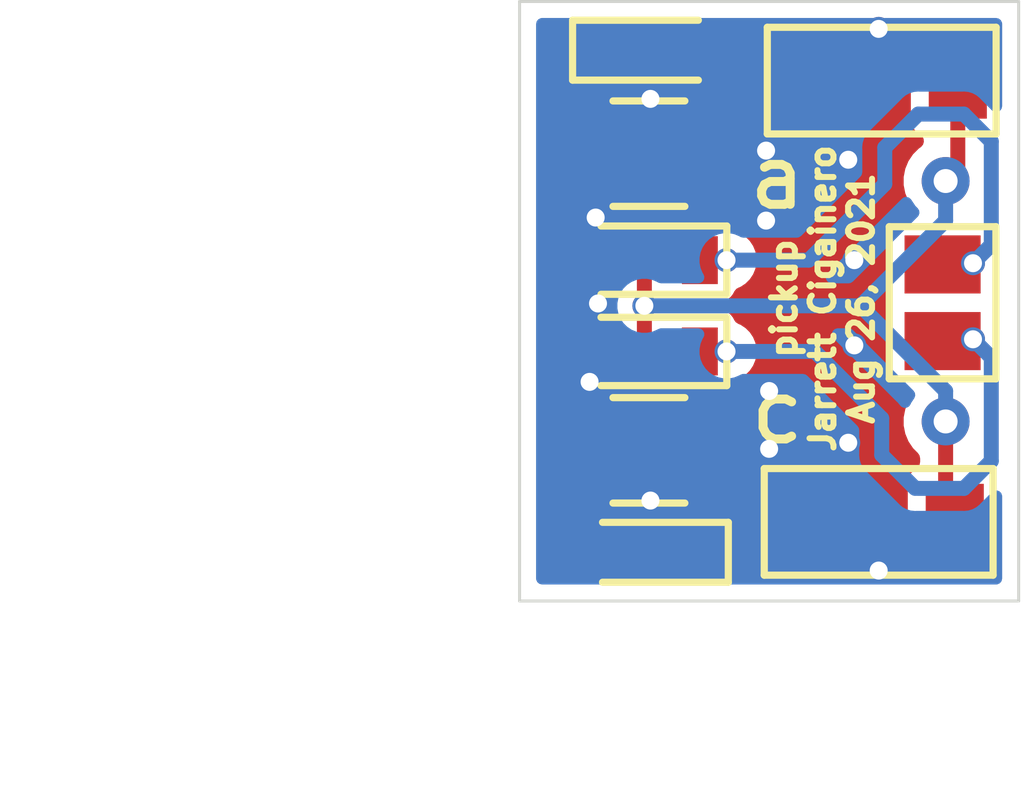
<source format=kicad_pcb>
(kicad_pcb (version 20171130) (host pcbnew "(5.1.10)-1")

  (general
    (thickness 1.6)
    (drawings 13)
    (tracks 73)
    (zones 0)
    (modules 9)
    (nets 8)
  )

  (page A4)
  (layers
    (0 F.Cu signal)
    (31 B.Cu signal)
    (32 B.Adhes user)
    (33 F.Adhes user)
    (34 B.Paste user)
    (35 F.Paste user)
    (36 B.SilkS user)
    (37 F.SilkS user)
    (38 B.Mask user)
    (39 F.Mask user)
    (40 Dwgs.User user)
    (41 Cmts.User user)
    (42 Eco1.User user)
    (43 Eco2.User user)
    (44 Edge.Cuts user)
    (45 Margin user)
    (46 B.CrtYd user)
    (47 F.CrtYd user)
    (48 B.Fab user)
    (49 F.Fab user hide)
  )

  (setup
    (last_trace_width 0.25)
    (user_trace_width 0.35)
    (trace_clearance 0.2)
    (zone_clearance 0.25)
    (zone_45_only yes)
    (trace_min 0.2)
    (via_size 0.8)
    (via_drill 0.4)
    (via_min_size 0.4)
    (via_min_drill 0.3)
    (user_via 0.4 0.3)
    (user_via 0.6 0.3)
    (user_via 0.9 0.5)
    (uvia_size 0.3)
    (uvia_drill 0.1)
    (uvias_allowed no)
    (uvia_min_size 0.2)
    (uvia_min_drill 0.1)
    (edge_width 0.05)
    (segment_width 0.2)
    (pcb_text_width 0.3)
    (pcb_text_size 1.5 1.5)
    (mod_edge_width 0.12)
    (mod_text_size 1 1)
    (mod_text_width 0.15)
    (pad_size 1.524 1.524)
    (pad_drill 0.762)
    (pad_to_mask_clearance 0.051)
    (solder_mask_min_width 0.25)
    (aux_axis_origin 0 0)
    (visible_elements 7FFFFFFF)
    (pcbplotparams
      (layerselection 0x010e0_ffffffff)
      (usegerberextensions false)
      (usegerberattributes false)
      (usegerberadvancedattributes false)
      (creategerberjobfile false)
      (excludeedgelayer true)
      (linewidth 0.100000)
      (plotframeref false)
      (viasonmask false)
      (mode 1)
      (useauxorigin false)
      (hpglpennumber 1)
      (hpglpenspeed 20)
      (hpglpendiameter 15.000000)
      (psnegative false)
      (psa4output false)
      (plotreference true)
      (plotvalue true)
      (plotinvisibletext false)
      (padsonsilk false)
      (subtractmaskfromsilk false)
      (outputformat 1)
      (mirror false)
      (drillshape 0)
      (scaleselection 1)
      (outputdirectory "GerberFiles/"))
  )

  (net 0 "")
  (net 1 GND)
  (net 2 +9V)
  (net 3 "Net-(D1-Pad1)")
  (net 4 "Net-(D2-Pad1)")
  (net 5 "Net-(D1-Pad2)")
  (net 6 "Net-(J3-Pad2)")
  (net 7 "Net-(J3-Pad1)")

  (net_class Default "This is the default net class."
    (clearance 0.2)
    (trace_width 0.25)
    (via_dia 0.8)
    (via_drill 0.4)
    (uvia_dia 0.3)
    (uvia_drill 0.1)
    (add_net +9V)
    (add_net GND)
    (add_net "Net-(D1-Pad1)")
    (add_net "Net-(D1-Pad2)")
    (add_net "Net-(D2-Pad1)")
    (add_net "Net-(J3-Pad1)")
    (add_net "Net-(J3-Pad2)")
  )

  (module Diodes_SMD:D_0603 (layer F.Cu) (tedit 590CE922) (tstamp 6125D19D)
    (at 140.843 102.2096 180)
    (descr "Diode SMD in 0603 package http://datasheets.avx.com/schottky.pdf")
    (tags "smd diode")
    (path /61300A2B)
    (attr smd)
    (fp_text reference Q3 (at 0.0254 0.01016) (layer Dwgs.User)
      (effects (font (size 0.4 0.4) (thickness 0.1)))
    )
    (fp_text value QSB363 (at 0 1.4) (layer F.Fab)
      (effects (font (size 1 1) (thickness 0.15)))
    )
    (fp_line (start -1.3 -0.57) (end 0.8 -0.57) (layer F.SilkS) (width 0.12))
    (fp_line (start -1.3 0.57) (end 0.8 0.57) (layer F.SilkS) (width 0.12))
    (fp_line (start -0.8 -0.45) (end 0.8 -0.45) (layer F.Fab) (width 0.1))
    (fp_line (start 0.8 -0.45) (end 0.8 0.45) (layer F.Fab) (width 0.1))
    (fp_line (start 0.8 0.45) (end -0.8 0.45) (layer F.Fab) (width 0.1))
    (fp_line (start -0.8 0.45) (end -0.8 -0.45) (layer F.Fab) (width 0.1))
    (fp_line (start 0.2 -0.2) (end -0.1 0) (layer F.Fab) (width 0.1))
    (fp_line (start -0.1 0) (end 0.2 0.2) (layer F.Fab) (width 0.1))
    (fp_line (start 0.2 0.2) (end 0.2 -0.2) (layer F.Fab) (width 0.1))
    (fp_line (start -0.1 -0.2) (end -0.1 0.2) (layer F.Fab) (width 0.1))
    (fp_line (start -0.1 0) (end -0.3 0) (layer F.Fab) (width 0.1))
    (fp_line (start 0.2 0) (end 0.4 0) (layer F.Fab) (width 0.1))
    (fp_line (start 1.4 -0.67) (end -1.4 -0.67) (layer F.CrtYd) (width 0.05))
    (fp_line (start -1.4 -0.67) (end -1.4 0.67) (layer F.CrtYd) (width 0.05))
    (fp_line (start -1.4 0.67) (end 1.4 0.67) (layer F.CrtYd) (width 0.05))
    (fp_line (start 1.4 0.67) (end 1.4 -0.67) (layer F.CrtYd) (width 0.05))
    (fp_line (start -1.3 -0.57) (end -1.3 0.57) (layer F.SilkS) (width 0.12))
    (fp_text user %R (at 0 -1.4) (layer F.Fab)
      (effects (font (size 1 1) (thickness 0.15)))
    )
    (pad 2 smd rect (at 0.85 0 180) (size 0.6 0.8) (layers F.Cu F.Paste F.Mask)
      (net 1 GND))
    (pad 1 smd rect (at -0.85 0 180) (size 0.6 0.8) (layers F.Cu F.Paste F.Mask)
      (net 7 "Net-(J3-Pad1)"))
    (model ${KISYS3DMOD}/Diodes_SMD.3dshapes/D_0603.wrl
      (at (xyz 0 0 0))
      (scale (xyz 1 1 1))
      (rotate (xyz 0 0 0))
    )
  )

  (module Diodes_SMD:D_0603 (layer F.Cu) (tedit 590CE922) (tstamp 6125D1B5)
    (at 140.843 103.7336 180)
    (descr "Diode SMD in 0603 package http://datasheets.avx.com/schottky.pdf")
    (tags "smd diode")
    (path /61300A23)
    (attr smd)
    (fp_text reference Q4 (at -0.09652 -0.01524) (layer Dwgs.User)
      (effects (font (size 0.4 0.4) (thickness 0.1)))
    )
    (fp_text value QSB363 (at 0 1.4) (layer F.Fab)
      (effects (font (size 1 1) (thickness 0.15)))
    )
    (fp_line (start -1.3 -0.57) (end -1.3 0.57) (layer F.SilkS) (width 0.12))
    (fp_line (start 1.4 0.67) (end 1.4 -0.67) (layer F.CrtYd) (width 0.05))
    (fp_line (start -1.4 0.67) (end 1.4 0.67) (layer F.CrtYd) (width 0.05))
    (fp_line (start -1.4 -0.67) (end -1.4 0.67) (layer F.CrtYd) (width 0.05))
    (fp_line (start 1.4 -0.67) (end -1.4 -0.67) (layer F.CrtYd) (width 0.05))
    (fp_line (start 0.2 0) (end 0.4 0) (layer F.Fab) (width 0.1))
    (fp_line (start -0.1 0) (end -0.3 0) (layer F.Fab) (width 0.1))
    (fp_line (start -0.1 -0.2) (end -0.1 0.2) (layer F.Fab) (width 0.1))
    (fp_line (start 0.2 0.2) (end 0.2 -0.2) (layer F.Fab) (width 0.1))
    (fp_line (start -0.1 0) (end 0.2 0.2) (layer F.Fab) (width 0.1))
    (fp_line (start 0.2 -0.2) (end -0.1 0) (layer F.Fab) (width 0.1))
    (fp_line (start -0.8 0.45) (end -0.8 -0.45) (layer F.Fab) (width 0.1))
    (fp_line (start 0.8 0.45) (end -0.8 0.45) (layer F.Fab) (width 0.1))
    (fp_line (start 0.8 -0.45) (end 0.8 0.45) (layer F.Fab) (width 0.1))
    (fp_line (start -0.8 -0.45) (end 0.8 -0.45) (layer F.Fab) (width 0.1))
    (fp_line (start -1.3 0.57) (end 0.8 0.57) (layer F.SilkS) (width 0.12))
    (fp_line (start -1.3 -0.57) (end 0.8 -0.57) (layer F.SilkS) (width 0.12))
    (fp_text user %R (at 0 -1.4) (layer F.Fab)
      (effects (font (size 1 1) (thickness 0.15)))
    )
    (pad 1 smd rect (at -0.85 0 180) (size 0.6 0.8) (layers F.Cu F.Paste F.Mask)
      (net 6 "Net-(J3-Pad2)"))
    (pad 2 smd rect (at 0.85 0 180) (size 0.6 0.8) (layers F.Cu F.Paste F.Mask)
      (net 1 GND))
    (model ${KISYS3DMOD}/Diodes_SMD.3dshapes/D_0603.wrl
      (at (xyz 0 0 0))
      (scale (xyz 1 1 1))
      (rotate (xyz 0 0 0))
    )
  )

  (module Resistors_SMD:R_0805 (layer F.Cu) (tedit 58E0A804) (tstamp 6125D1C6)
    (at 140.843 100.4316)
    (descr "Resistor SMD 0805, reflow soldering, Vishay (see dcrcw.pdf)")
    (tags "resistor 0805")
    (path /61300A33)
    (attr smd)
    (fp_text reference R8 (at 0.01524 0.05588) (layer Dwgs.User)
      (effects (font (size 0.4 0.4) (thickness 0.1)))
    )
    (fp_text value 10K (at 0 1.75) (layer F.Fab)
      (effects (font (size 1 1) (thickness 0.15)))
    )
    (fp_line (start -1 0.62) (end -1 -0.62) (layer F.Fab) (width 0.1))
    (fp_line (start 1 0.62) (end -1 0.62) (layer F.Fab) (width 0.1))
    (fp_line (start 1 -0.62) (end 1 0.62) (layer F.Fab) (width 0.1))
    (fp_line (start -1 -0.62) (end 1 -0.62) (layer F.Fab) (width 0.1))
    (fp_line (start 0.6 0.88) (end -0.6 0.88) (layer F.SilkS) (width 0.12))
    (fp_line (start -0.6 -0.88) (end 0.6 -0.88) (layer F.SilkS) (width 0.12))
    (fp_line (start -1.55 -0.9) (end 1.55 -0.9) (layer F.CrtYd) (width 0.05))
    (fp_line (start -1.55 -0.9) (end -1.55 0.9) (layer F.CrtYd) (width 0.05))
    (fp_line (start 1.55 0.9) (end 1.55 -0.9) (layer F.CrtYd) (width 0.05))
    (fp_line (start 1.55 0.9) (end -1.55 0.9) (layer F.CrtYd) (width 0.05))
    (fp_text user %R (at 0 0) (layer F.Fab)
      (effects (font (size 0.5 0.5) (thickness 0.075)))
    )
    (pad 1 smd rect (at -0.95 0) (size 0.7 1.3) (layers F.Cu F.Paste F.Mask)
      (net 2 +9V))
    (pad 2 smd rect (at 0.95 0) (size 0.7 1.3) (layers F.Cu F.Paste F.Mask)
      (net 7 "Net-(J3-Pad1)"))
    (model ${KISYS3DMOD}/Resistors_SMD.3dshapes/R_0805.wrl
      (at (xyz 0 0 0))
      (scale (xyz 1 1 1))
      (rotate (xyz 0 0 0))
    )
  )

  (module Resistors_SMD:R_0805 (layer F.Cu) (tedit 58E0A804) (tstamp 6125D1D7)
    (at 140.843 105.3846)
    (descr "Resistor SMD 0805, reflow soldering, Vishay (see dcrcw.pdf)")
    (tags "resistor 0805")
    (path /61300A41)
    (attr smd)
    (fp_text reference R9 (at 0.05588 0.03556) (layer Dwgs.User)
      (effects (font (size 0.4 0.4) (thickness 0.1)))
    )
    (fp_text value 10K (at 0 1.75) (layer F.Fab)
      (effects (font (size 1 1) (thickness 0.15)))
    )
    (fp_line (start 1.55 0.9) (end -1.55 0.9) (layer F.CrtYd) (width 0.05))
    (fp_line (start 1.55 0.9) (end 1.55 -0.9) (layer F.CrtYd) (width 0.05))
    (fp_line (start -1.55 -0.9) (end -1.55 0.9) (layer F.CrtYd) (width 0.05))
    (fp_line (start -1.55 -0.9) (end 1.55 -0.9) (layer F.CrtYd) (width 0.05))
    (fp_line (start -0.6 -0.88) (end 0.6 -0.88) (layer F.SilkS) (width 0.12))
    (fp_line (start 0.6 0.88) (end -0.6 0.88) (layer F.SilkS) (width 0.12))
    (fp_line (start -1 -0.62) (end 1 -0.62) (layer F.Fab) (width 0.1))
    (fp_line (start 1 -0.62) (end 1 0.62) (layer F.Fab) (width 0.1))
    (fp_line (start 1 0.62) (end -1 0.62) (layer F.Fab) (width 0.1))
    (fp_line (start -1 0.62) (end -1 -0.62) (layer F.Fab) (width 0.1))
    (fp_text user %R (at 0 0) (layer F.Fab)
      (effects (font (size 0.5 0.5) (thickness 0.075)))
    )
    (pad 2 smd rect (at 0.95 0) (size 0.7 1.3) (layers F.Cu F.Paste F.Mask)
      (net 6 "Net-(J3-Pad2)"))
    (pad 1 smd rect (at -0.95 0) (size 0.7 1.3) (layers F.Cu F.Paste F.Mask)
      (net 2 +9V))
    (model ${KISYS3DMOD}/Resistors_SMD.3dshapes/R_0805.wrl
      (at (xyz 0 0 0))
      (scale (xyz 1 1 1))
      (rotate (xyz 0 0 0))
    )
  )

  (module LEDs:LED_0603 (layer F.Cu) (tedit 57FE93A5) (tstamp 6125B334)
    (at 140.8684 98.7044)
    (descr "LED 0603 smd package")
    (tags "LED led 0603 SMD smd SMT smt smdled SMDLED smtled SMTLED")
    (path /612A00E7)
    (attr smd)
    (fp_text reference D1 (at -0.01016 -0.01016) (layer Dwgs.User)
      (effects (font (size 0.4 0.4) (thickness 0.1)))
    )
    (fp_text value IR_LED (at 0 1.35) (layer F.Fab)
      (effects (font (size 1 1) (thickness 0.15)))
    )
    (fp_line (start -1.45 -0.65) (end 1.45 -0.65) (layer F.CrtYd) (width 0.05))
    (fp_line (start -1.45 0.65) (end -1.45 -0.65) (layer F.CrtYd) (width 0.05))
    (fp_line (start 1.45 0.65) (end -1.45 0.65) (layer F.CrtYd) (width 0.05))
    (fp_line (start 1.45 -0.65) (end 1.45 0.65) (layer F.CrtYd) (width 0.05))
    (fp_line (start -1.3 -0.5) (end 0.8 -0.5) (layer F.SilkS) (width 0.12))
    (fp_line (start -1.3 0.5) (end 0.8 0.5) (layer F.SilkS) (width 0.12))
    (fp_line (start -0.8 0.4) (end -0.8 -0.4) (layer F.Fab) (width 0.1))
    (fp_line (start -0.8 -0.4) (end 0.8 -0.4) (layer F.Fab) (width 0.1))
    (fp_line (start 0.8 -0.4) (end 0.8 0.4) (layer F.Fab) (width 0.1))
    (fp_line (start 0.8 0.4) (end -0.8 0.4) (layer F.Fab) (width 0.1))
    (fp_line (start 0.15 -0.2) (end 0.15 0.2) (layer F.Fab) (width 0.1))
    (fp_line (start 0.15 0.2) (end -0.15 0) (layer F.Fab) (width 0.1))
    (fp_line (start -0.15 0) (end 0.15 -0.2) (layer F.Fab) (width 0.1))
    (fp_line (start -0.2 -0.2) (end -0.2 0.2) (layer F.Fab) (width 0.1))
    (fp_line (start -1.3 -0.5) (end -1.3 0.5) (layer F.SilkS) (width 0.12))
    (pad 1 smd rect (at -0.8 0 180) (size 0.8 0.8) (layers F.Cu F.Paste F.Mask)
      (net 3 "Net-(D1-Pad1)"))
    (pad 2 smd rect (at 0.8 0 180) (size 0.8 0.8) (layers F.Cu F.Paste F.Mask)
      (net 5 "Net-(D1-Pad2)"))
    (model ${KISYS3DMOD}/LEDs.3dshapes/LED_0603.wrl
      (at (xyz 0 0 0))
      (scale (xyz 1 1 1))
      (rotate (xyz 0 0 180))
    )
  )

  (module LEDs:LED_0603 (layer F.Cu) (tedit 57FE93A5) (tstamp 6125B349)
    (at 140.8684 107.0864 180)
    (descr "LED 0603 smd package")
    (tags "LED led 0603 SMD smd SMT smt smdled SMDLED smtled SMTLED")
    (path /612A05AA)
    (attr smd)
    (fp_text reference D2 (at -0.1524 -0.00508) (layer Dwgs.User)
      (effects (font (size 0.4 0.4) (thickness 0.1)))
    )
    (fp_text value IR_LED (at 0 1.35) (layer F.Fab)
      (effects (font (size 1 1) (thickness 0.15)))
    )
    (fp_line (start -1.3 -0.5) (end -1.3 0.5) (layer F.SilkS) (width 0.12))
    (fp_line (start -0.2 -0.2) (end -0.2 0.2) (layer F.Fab) (width 0.1))
    (fp_line (start -0.15 0) (end 0.15 -0.2) (layer F.Fab) (width 0.1))
    (fp_line (start 0.15 0.2) (end -0.15 0) (layer F.Fab) (width 0.1))
    (fp_line (start 0.15 -0.2) (end 0.15 0.2) (layer F.Fab) (width 0.1))
    (fp_line (start 0.8 0.4) (end -0.8 0.4) (layer F.Fab) (width 0.1))
    (fp_line (start 0.8 -0.4) (end 0.8 0.4) (layer F.Fab) (width 0.1))
    (fp_line (start -0.8 -0.4) (end 0.8 -0.4) (layer F.Fab) (width 0.1))
    (fp_line (start -0.8 0.4) (end -0.8 -0.4) (layer F.Fab) (width 0.1))
    (fp_line (start -1.3 0.5) (end 0.8 0.5) (layer F.SilkS) (width 0.12))
    (fp_line (start -1.3 -0.5) (end 0.8 -0.5) (layer F.SilkS) (width 0.12))
    (fp_line (start 1.45 -0.65) (end 1.45 0.65) (layer F.CrtYd) (width 0.05))
    (fp_line (start 1.45 0.65) (end -1.45 0.65) (layer F.CrtYd) (width 0.05))
    (fp_line (start -1.45 0.65) (end -1.45 -0.65) (layer F.CrtYd) (width 0.05))
    (fp_line (start -1.45 -0.65) (end 1.45 -0.65) (layer F.CrtYd) (width 0.05))
    (pad 2 smd rect (at 0.8 0) (size 0.8 0.8) (layers F.Cu F.Paste F.Mask)
      (net 3 "Net-(D1-Pad1)"))
    (pad 1 smd rect (at -0.8 0) (size 0.8 0.8) (layers F.Cu F.Paste F.Mask)
      (net 4 "Net-(D2-Pad1)"))
    (model ${KISYS3DMOD}/LEDs.3dshapes/LED_0603.wrl
      (at (xyz 0 0 0))
      (scale (xyz 1 1 1))
      (rotate (xyz 0 0 180))
    )
  )

  (module Connect:GS3 (layer F.Cu) (tedit 58613494) (tstamp 6127CC8E)
    (at 144.7292 99.2124 270)
    (descr "3-pin solder bridge")
    (tags "solder bridge")
    (path /6127E563)
    (attr smd)
    (fp_text reference J1 (at 0.01016 0.16256) (layer Dwgs.User)
      (effects (font (size 1 1) (thickness 0.15)))
    )
    (fp_text value Conn_01x03 (at 1.8 0) (layer F.Fab)
      (effects (font (size 1 1) (thickness 0.15)))
    )
    (fp_line (start -0.89 -1.91) (end 0.89 -1.91) (layer F.SilkS) (width 0.12))
    (fp_line (start 0.89 1.91) (end 0.89 -1.91) (layer F.SilkS) (width 0.12))
    (fp_line (start -0.89 1.91) (end 0.89 1.91) (layer F.SilkS) (width 0.12))
    (fp_line (start -0.89 -1.91) (end -0.89 1.91) (layer F.SilkS) (width 0.12))
    (fp_line (start -1.15 2.15) (end -1.15 -2.15) (layer F.CrtYd) (width 0.05))
    (fp_line (start 1.15 2.15) (end -1.15 2.15) (layer F.CrtYd) (width 0.05))
    (fp_line (start 1.15 -2.15) (end 1.15 2.15) (layer F.CrtYd) (width 0.05))
    (fp_line (start -1.15 -2.15) (end 1.15 -2.15) (layer F.CrtYd) (width 0.05))
    (pad 3 smd rect (at 0 1.27 270) (size 1.27 0.97) (layers F.Cu F.Paste F.Mask)
      (net 5 "Net-(D1-Pad2)"))
    (pad 2 smd rect (at 0 0 270) (size 1.27 0.97) (layers F.Cu F.Paste F.Mask)
      (net 1 GND))
    (pad 1 smd rect (at 0 -1.27 270) (size 1.27 0.97) (layers F.Cu F.Paste F.Mask)
      (net 2 +9V))
  )

  (module Connect:GS3 (layer F.Cu) (tedit 58613494) (tstamp 6127CC9D)
    (at 144.6784 106.5784 270)
    (descr "3-pin solder bridge")
    (tags "solder bridge")
    (path /6127F19D)
    (attr smd)
    (fp_text reference J2 (at 0.06096 -0.01016) (layer Dwgs.User)
      (effects (font (size 1 1) (thickness 0.15)))
    )
    (fp_text value Conn_01x03 (at 1.8 0) (layer F.Fab)
      (effects (font (size 1 1) (thickness 0.15)))
    )
    (fp_line (start -1.15 -2.15) (end 1.15 -2.15) (layer F.CrtYd) (width 0.05))
    (fp_line (start 1.15 -2.15) (end 1.15 2.15) (layer F.CrtYd) (width 0.05))
    (fp_line (start 1.15 2.15) (end -1.15 2.15) (layer F.CrtYd) (width 0.05))
    (fp_line (start -1.15 2.15) (end -1.15 -2.15) (layer F.CrtYd) (width 0.05))
    (fp_line (start -0.89 -1.91) (end -0.89 1.91) (layer F.SilkS) (width 0.12))
    (fp_line (start -0.89 1.91) (end 0.89 1.91) (layer F.SilkS) (width 0.12))
    (fp_line (start 0.89 1.91) (end 0.89 -1.91) (layer F.SilkS) (width 0.12))
    (fp_line (start -0.89 -1.91) (end 0.89 -1.91) (layer F.SilkS) (width 0.12))
    (pad 1 smd rect (at 0 -1.27 270) (size 1.27 0.97) (layers F.Cu F.Paste F.Mask)
      (net 2 +9V))
    (pad 2 smd rect (at 0 0 270) (size 1.27 0.97) (layers F.Cu F.Paste F.Mask)
      (net 1 GND))
    (pad 3 smd rect (at 0 1.27 270) (size 1.27 0.97) (layers F.Cu F.Paste F.Mask)
      (net 4 "Net-(D2-Pad1)"))
  )

  (module Connect:GS2 (layer F.Cu) (tedit 586134A1) (tstamp 6127CCAB)
    (at 145.7452 102.9208)
    (descr "2-pin solder bridge")
    (tags "solder bridge")
    (path /6127CF70)
    (attr smd)
    (fp_text reference J3 (at 0.08636 0.09144 180) (layer Dwgs.User)
      (effects (font (size 1 1) (thickness 0.15)))
    )
    (fp_text value Conn_01x02_MountingPin (at -1.8 0 90) (layer F.Fab)
      (effects (font (size 1 1) (thickness 0.15)))
    )
    (fp_line (start -0.89 -1.27) (end 0.89 -1.27) (layer F.SilkS) (width 0.12))
    (fp_line (start 0.89 1.27) (end -0.89 1.27) (layer F.SilkS) (width 0.12))
    (fp_line (start 0.89 1.27) (end 0.89 -1.27) (layer F.SilkS) (width 0.12))
    (fp_line (start -0.89 -1.27) (end -0.89 1.27) (layer F.SilkS) (width 0.12))
    (fp_line (start -1.1 -1.45) (end 1.1 -1.45) (layer F.CrtYd) (width 0.05))
    (fp_line (start -1.1 1.5) (end -1.1 -1.45) (layer F.CrtYd) (width 0.05))
    (fp_line (start 1.1 1.5) (end -1.1 1.5) (layer F.CrtYd) (width 0.05))
    (fp_line (start 1.1 -1.45) (end 1.1 1.5) (layer F.CrtYd) (width 0.05))
    (pad 2 smd rect (at 0 0.64) (size 1.27 0.97) (layers F.Cu F.Paste F.Mask)
      (net 6 "Net-(J3-Pad2)"))
    (pad 1 smd rect (at 0 -0.64) (size 1.27 0.97) (layers F.Cu F.Paste F.Mask)
      (net 7 "Net-(J3-Pad1)"))
  )

  (gr_text "pickup\nJarrett Cigainero\nAug 26, 2021" (at 143.74368 102.84968 90) (layer F.SilkS)
    (effects (font (size 0.4 0.4) (thickness 0.1)))
  )
  (gr_line (start 141.86916 106.59364) (end 141.86916 107.57408) (layer Dwgs.User) (width 0.15))
  (gr_line (start 141.86916 103.19512) (end 141.86916 104.22636) (layer Dwgs.User) (width 0.15))
  (gr_line (start 141.86916 101.6254) (end 141.86916 102.78364) (layer Dwgs.User) (width 0.15))
  (gr_line (start 139.9286 99.187) (end 139.9286 98.24212) (layer Dwgs.User) (width 0.15))
  (gr_text a (at 142.98676 100.82276) (layer F.SilkS)
    (effects (font (size 1 1) (thickness 0.15)))
  )
  (gr_text c (at 142.98676 104.73944) (layer F.SilkS)
    (effects (font (size 1 1) (thickness 0.15)))
  )
  (dimension 8.331355 (width 0.15) (layer Dwgs.User)
    (gr_text "8.331 mm" (at 142.871167 111.96955 0.3493601795) (layer Dwgs.User)
      (effects (font (size 1 1) (thickness 0.15)))
    )
    (feature1 (pts (xy 138.684 108.458) (xy 138.701216 111.281384)))
    (feature2 (pts (xy 147.0152 108.4072) (xy 147.032416 111.230584)))
    (crossbar (pts (xy 147.02884 110.644174) (xy 138.69764 110.694974)))
    (arrow1a (pts (xy 138.69764 110.694974) (xy 139.820547 110.101695)))
    (arrow1b (pts (xy 138.69764 110.694974) (xy 139.827698 111.274515)))
    (arrow2a (pts (xy 147.02884 110.644174) (xy 145.898782 110.064633)))
    (arrow2b (pts (xy 147.02884 110.644174) (xy 145.905933 111.237453)))
  )
  (gr_line (start 138.684 97.8916) (end 147.0152 97.8916) (layer Edge.Cuts) (width 0.05))
  (gr_line (start 138.684 107.8992) (end 138.684 97.8916) (layer Edge.Cuts) (width 0.05))
  (gr_line (start 147.0152 107.8992) (end 138.684 107.8992) (layer Edge.Cuts) (width 0.05))
  (gr_line (start 147.0152 97.8916) (end 147.0152 107.8992) (layer Edge.Cuts) (width 0.05))
  (dimension 10.0076 (width 0.15) (layer Dwgs.User)
    (gr_text "10.008 mm" (at 133.6756 102.997 270) (layer Dwgs.User)
      (effects (font (size 1 1) (thickness 0.15)))
    )
    (feature1 (pts (xy 137.7188 108.0008) (xy 134.389179 108.0008)))
    (feature2 (pts (xy 137.7188 97.9932) (xy 134.389179 97.9932)))
    (crossbar (pts (xy 134.9756 97.9932) (xy 134.9756 108.0008)))
    (arrow1a (pts (xy 134.9756 108.0008) (xy 134.389179 106.874296)))
    (arrow1b (pts (xy 134.9756 108.0008) (xy 135.562021 106.874296)))
    (arrow2a (pts (xy 134.9756 97.9932) (xy 134.389179 99.119704)))
    (arrow2b (pts (xy 134.9756 97.9932) (xy 135.562021 99.119704)))
  )

  (segment (start 139.993 102.909) (end 140.0556 102.9716) (width 0.25) (layer F.Cu) (net 1) (tstamp 6125A75F))
  (segment (start 139.993 102.2096) (end 139.993 102.909) (width 0.25) (layer F.Cu) (net 1) (tstamp 6125A760) (status 10))
  (segment (start 139.993 102.909) (end 139.993 102.9326) (width 0.25) (layer F.Cu) (net 1) (tstamp 6125A771) (status 20))
  (segment (start 139.993 102.9326) (end 139.993 103.7336) (width 0.25) (layer F.Cu) (net 1) (tstamp 6127CE88) (status 20))
  (via (at 139.993 102.9326) (size 0.4) (drill 0.3) (layers F.Cu B.Cu) (net 1))
  (via (at 144.6784 107.3912) (size 0.4) (drill 0.3) (layers F.Cu B.Cu) (net 1))
  (via (at 144.6784 98.3488) (size 0.4) (drill 0.3) (layers F.Cu B.Cu) (net 1))
  (via (at 139.954 101.4984) (size 0.4) (drill 0.3) (layers F.Cu B.Cu) (net 1))
  (via (at 139.8524 104.2416) (size 0.4) (drill 0.3) (layers F.Cu B.Cu) (net 1))
  (via (at 140.8684 106.2228) (size 0.4) (drill 0.3) (layers F.Cu B.Cu) (net 1))
  (via (at 144.272 102.2096) (size 0.4) (drill 0.3) (layers F.Cu B.Cu) (net 1))
  (via (at 144.272 103.632) (size 0.4) (drill 0.3) (layers F.Cu B.Cu) (net 1))
  (via (at 142.7988 100.3808) (size 0.4) (drill 0.3) (layers F.Cu B.Cu) (net 1))
  (via (at 142.7988 101.5492) (size 0.4) (drill 0.3) (layers F.Cu B.Cu) (net 1))
  (via (at 142.8496 105.3592) (size 0.4) (drill 0.3) (layers F.Cu B.Cu) (net 1))
  (via (at 142.8496 104.394) (size 0.4) (drill 0.3) (layers F.Cu B.Cu) (net 1))
  (via (at 144.1704 100.5332) (size 0.4) (drill 0.3) (layers F.Cu B.Cu) (net 1))
  (via (at 144.1704 105.2576) (size 0.4) (drill 0.3) (layers F.Cu B.Cu) (net 1))
  (via (at 140.8684 99.5172) (size 0.4) (drill 0.3) (layers F.Cu B.Cu) (net 1))
  (segment (start 139.893 100.4316) (end 140.4112 100.4316) (width 0.25) (layer F.Cu) (net 2) (tstamp 6125A762) (status 10))
  (segment (start 140.4112 100.4316) (end 140.7668 100.7872) (width 0.25) (layer F.Cu) (net 2) (tstamp 6125A763))
  (segment (start 140.7668 104.9528) (end 140.335 105.3846) (width 0.25) (layer F.Cu) (net 2) (tstamp 6125A764))
  (segment (start 140.7668 100.7872) (end 140.7668 102.9716) (width 0.25) (layer F.Cu) (net 2) (tstamp 6125A765))
  (segment (start 140.7668 102.9716) (end 140.7668 104.9528) (width 0.25) (layer F.Cu) (net 2) (tstamp 6125A766))
  (segment (start 140.335 105.3846) (end 139.893 105.3846) (width 0.25) (layer F.Cu) (net 2) (tstamp 6125A76E) (status 20))
  (via (at 145.796 100.8888) (size 0.8) (drill 0.4) (layers F.Cu B.Cu) (net 2))
  (segment (start 145.9992 100.6856) (end 145.796 100.8888) (width 0.25) (layer F.Cu) (net 2))
  (segment (start 145.9992 99.2124) (end 145.9992 100.6856) (width 0.25) (layer F.Cu) (net 2))
  (via (at 145.796 104.902) (size 0.8) (drill 0.4) (layers F.Cu B.Cu) (net 2))
  (segment (start 145.796 106.3752) (end 145.9484 106.5276) (width 0.25) (layer F.Cu) (net 2))
  (segment (start 145.796 104.8512) (end 145.796 106.3752) (width 0.25) (layer F.Cu) (net 2))
  (via (at 140.7668 102.9716) (size 0.4) (drill 0.3) (layers F.Cu B.Cu) (net 2))
  (segment (start 145.796 101.5492) (end 145.796 100.8888) (width 0.25) (layer B.Cu) (net 2))
  (segment (start 144.3736 102.9716) (end 145.796 101.5492) (width 0.25) (layer B.Cu) (net 2))
  (segment (start 145.796 104.394) (end 144.3736 102.9716) (width 0.25) (layer B.Cu) (net 2))
  (segment (start 145.796 104.902) (end 145.796 104.394) (width 0.25) (layer B.Cu) (net 2))
  (segment (start 140.7668 102.9716) (end 144.3736 102.9716) (width 0.25) (layer B.Cu) (net 2))
  (segment (start 140.0684 107.0864) (end 139.5984 107.0864) (width 0.25) (layer F.Cu) (net 3) (status 10))
  (segment (start 139.5984 107.0864) (end 139.192 106.68) (width 0.25) (layer F.Cu) (net 3))
  (segment (start 139.192 99.5808) (end 140.0684 98.7044) (width 0.25) (layer F.Cu) (net 3) (status 20))
  (segment (start 139.192 106.68) (end 139.192 99.5808) (width 0.25) (layer F.Cu) (net 3))
  (segment (start 142.8496 107.0864) (end 143.4084 106.5276) (width 0.25) (layer F.Cu) (net 4))
  (segment (start 141.6684 107.0864) (end 142.8496 107.0864) (width 0.25) (layer F.Cu) (net 4))
  (segment (start 142.9512 98.7044) (end 143.4592 99.2124) (width 0.25) (layer F.Cu) (net 5))
  (segment (start 141.6684 98.7044) (end 142.9512 98.7044) (width 0.25) (layer F.Cu) (net 5))
  (segment (start 146.558 103.8352) (end 146.2532 103.5304) (width 0.25) (layer B.Cu) (net 6) (tstamp 61283A71))
  (segment (start 146.558 105.5624) (end 146.558 103.8352) (width 0.25) (layer B.Cu) (net 6) (tstamp 61283A72))
  (segment (start 144.7292 104.8512) (end 144.7292 105.4608) (width 0.25) (layer B.Cu) (net 6) (tstamp 61283A74))
  (segment (start 144.7292 105.4608) (end 145.288 106.0196) (width 0.25) (layer B.Cu) (net 6) (tstamp 61283A75))
  (segment (start 146.1008 106.0196) (end 146.558 105.5624) (width 0.25) (layer B.Cu) (net 6) (tstamp 61283A77))
  (segment (start 145.3388 106.0196) (end 146.1008 106.0196) (width 0.25) (layer B.Cu) (net 6) (tstamp 61283A78))
  (via (at 146.2532 103.5304) (size 0.4) (drill 0.3) (layers F.Cu B.Cu) (net 6))
  (segment (start 141.693 103.7336) (end 141.693 105.2846) (width 0.25) (layer F.Cu) (net 6) (tstamp 6125A6BD) (status 30))
  (segment (start 141.693 105.2846) (end 141.793 105.3846) (width 0.25) (layer F.Cu) (net 6) (tstamp 6125A6BE) (status 30))
  (segment (start 141.793 105.3846) (end 141.8082 105.3846) (width 0.25) (layer F.Cu) (net 6) (status 30))
  (via (at 142.1384 103.7336) (size 0.4) (drill 0.3) (layers F.Cu B.Cu) (net 6))
  (segment (start 141.693 103.7336) (end 142.1384 103.7336) (width 0.25) (layer F.Cu) (net 6))
  (segment (start 143.6116 103.7336) (end 144.7292 104.8512) (width 0.25) (layer B.Cu) (net 6))
  (segment (start 143.6116 103.7336) (end 142.1384 103.7336) (width 0.25) (layer B.Cu) (net 6))
  (via (at 146.2532 102.2604) (size 0.4) (drill 0.3) (layers F.Cu B.Cu) (net 7))
  (segment (start 141.693 102.2096) (end 141.693 100.5316) (width 0.25) (layer F.Cu) (net 7) (tstamp 6125A6C6) (status 30))
  (segment (start 141.693 100.5316) (end 141.793 100.4316) (width 0.25) (layer F.Cu) (net 7) (tstamp 6125A6C7) (status 30))
  (segment (start 141.7134 102.23) (end 141.693 102.2096) (width 0.25) (layer F.Cu) (net 7))
  (via (at 142.1384 102.2096) (size 0.4) (drill 0.3) (layers F.Cu B.Cu) (net 7))
  (segment (start 141.693 102.2096) (end 142.1384 102.2096) (width 0.25) (layer F.Cu) (net 7))
  (segment (start 142.1384 102.2096) (end 143.51 102.2096) (width 0.25) (layer B.Cu) (net 7))
  (segment (start 143.51 102.2096) (end 144.78 100.9396) (width 0.25) (layer B.Cu) (net 7))
  (segment (start 144.78 100.9396) (end 144.78 100.33) (width 0.25) (layer B.Cu) (net 7))
  (segment (start 144.78 100.33) (end 145.3388 99.7712) (width 0.25) (layer B.Cu) (net 7))
  (segment (start 145.3388 99.7712) (end 146.1008 99.7712) (width 0.25) (layer B.Cu) (net 7))
  (segment (start 146.1008 99.7712) (end 146.558 100.2284) (width 0.25) (layer B.Cu) (net 7))
  (segment (start 146.558 101.9556) (end 146.2532 102.2604) (width 0.25) (layer B.Cu) (net 7))
  (segment (start 146.558 100.2284) (end 146.558 101.9556) (width 0.25) (layer B.Cu) (net 7))

  (zone (net 1) (net_name GND) (layer F.Cu) (tstamp 61286536) (hatch edge 0.508)
    (connect_pads yes (clearance 0.3))
    (min_thickness 0.254)
    (fill yes (arc_segments 32) (thermal_gap 0.508) (thermal_bridge_width 0.508))
    (polygon
      (pts
        (xy 147.0152 107.8992) (xy 138.684 107.8992) (xy 138.684 97.8916) (xy 147.0152 97.8916)
      )
    )
    (filled_polygon
      (pts
        (xy 145.117795 98.413204) (xy 145.093378 98.493693) (xy 145.085134 98.5774) (xy 145.085134 99.8474) (xy 145.093378 99.931107)
        (xy 145.117795 100.011596) (xy 145.157445 100.085776) (xy 145.210805 100.150795) (xy 145.275824 100.204155) (xy 145.307081 100.220862)
        (xy 145.268819 100.246428) (xy 145.153628 100.361619) (xy 145.063123 100.497069) (xy 145.000782 100.647573) (xy 144.969 100.807348)
        (xy 144.969 100.970252) (xy 145.000782 101.130027) (xy 145.063123 101.280531) (xy 145.120722 101.366734) (xy 145.1102 101.366734)
        (xy 145.026493 101.374978) (xy 144.946004 101.399395) (xy 144.871824 101.439045) (xy 144.806805 101.492405) (xy 144.753445 101.557424)
        (xy 144.713795 101.631604) (xy 144.689378 101.712093) (xy 144.681134 101.7958) (xy 144.681134 102.7658) (xy 144.689378 102.849507)
        (xy 144.711005 102.9208) (xy 144.689378 102.992093) (xy 144.681134 103.0758) (xy 144.681134 104.0458) (xy 144.689378 104.129507)
        (xy 144.713795 104.209996) (xy 144.753445 104.284176) (xy 144.806805 104.349195) (xy 144.871824 104.402555) (xy 144.946004 104.442205)
        (xy 145.026493 104.466622) (xy 145.088225 104.472702) (xy 145.063123 104.510269) (xy 145.000782 104.660773) (xy 144.969 104.820548)
        (xy 144.969 104.983452) (xy 145.000782 105.143227) (xy 145.063123 105.293731) (xy 145.153628 105.429181) (xy 145.244 105.519553)
        (xy 145.244 105.576502) (xy 145.225024 105.586645) (xy 145.160005 105.640005) (xy 145.106645 105.705024) (xy 145.066995 105.779204)
        (xy 145.042578 105.859693) (xy 145.034334 105.9434) (xy 145.034334 107.2134) (xy 145.042578 107.297107) (xy 145.066995 107.377596)
        (xy 145.104199 107.4472) (xy 144.252601 107.4472) (xy 144.289805 107.377596) (xy 144.314222 107.297107) (xy 144.322466 107.2134)
        (xy 144.322466 105.9434) (xy 144.314222 105.859693) (xy 144.289805 105.779204) (xy 144.250155 105.705024) (xy 144.196795 105.640005)
        (xy 144.131776 105.586645) (xy 144.057596 105.546995) (xy 143.977107 105.522578) (xy 143.8934 105.514334) (xy 142.9234 105.514334)
        (xy 142.839693 105.522578) (xy 142.759204 105.546995) (xy 142.685024 105.586645) (xy 142.620005 105.640005) (xy 142.572066 105.698419)
        (xy 142.572066 104.7346) (xy 142.563822 104.650893) (xy 142.539405 104.570404) (xy 142.499755 104.496224) (xy 142.446395 104.431205)
        (xy 142.381376 104.377845) (xy 142.354342 104.363395) (xy 142.382201 104.311274) (xy 142.435396 104.28924) (xy 142.538089 104.220623)
        (xy 142.625423 104.133289) (xy 142.69404 104.030596) (xy 142.741305 103.916489) (xy 142.7654 103.795354) (xy 142.7654 103.671846)
        (xy 142.741305 103.550711) (xy 142.69404 103.436604) (xy 142.625423 103.333911) (xy 142.538089 103.246577) (xy 142.435396 103.17796)
        (xy 142.382201 103.155926) (xy 142.349755 103.095224) (xy 142.296395 103.030205) (xy 142.231376 102.976845) (xy 142.221563 102.9716)
        (xy 142.231376 102.966355) (xy 142.296395 102.912995) (xy 142.349755 102.847976) (xy 142.382201 102.787274) (xy 142.435396 102.76524)
        (xy 142.538089 102.696623) (xy 142.625423 102.609289) (xy 142.69404 102.506596) (xy 142.741305 102.392489) (xy 142.7654 102.271354)
        (xy 142.7654 102.147846) (xy 142.741305 102.026711) (xy 142.69404 101.912604) (xy 142.625423 101.809911) (xy 142.538089 101.722577)
        (xy 142.435396 101.65396) (xy 142.382201 101.631926) (xy 142.349755 101.571224) (xy 142.296395 101.506205) (xy 142.274222 101.488008)
        (xy 142.307196 101.478005) (xy 142.381376 101.438355) (xy 142.446395 101.384995) (xy 142.499755 101.319976) (xy 142.539405 101.245796)
        (xy 142.563822 101.165307) (xy 142.572066 101.0816) (xy 142.572066 99.992711) (xy 142.577795 100.011596) (xy 142.617445 100.085776)
        (xy 142.670805 100.150795) (xy 142.735824 100.204155) (xy 142.810004 100.243805) (xy 142.890493 100.268222) (xy 142.9742 100.276466)
        (xy 143.9442 100.276466) (xy 144.027907 100.268222) (xy 144.108396 100.243805) (xy 144.182576 100.204155) (xy 144.247595 100.150795)
        (xy 144.300955 100.085776) (xy 144.340605 100.011596) (xy 144.365022 99.931107) (xy 144.373266 99.8474) (xy 144.373266 98.5774)
        (xy 144.365022 98.493693) (xy 144.340605 98.413204) (xy 144.303401 98.3436) (xy 145.154999 98.3436)
      )
    )
    (filled_polygon
      (pts
        (xy 141.013934 106.0346) (xy 141.022178 106.118307) (xy 141.046595 106.198796) (xy 141.086245 106.272976) (xy 141.101429 106.291478)
        (xy 141.030024 106.329645) (xy 140.965005 106.383005) (xy 140.911645 106.448024) (xy 140.871995 106.522204) (xy 140.8684 106.534055)
        (xy 140.864805 106.522204) (xy 140.825155 106.448024) (xy 140.771795 106.383005) (xy 140.706776 106.329645) (xy 140.632596 106.289995)
        (xy 140.595118 106.278626) (xy 140.599755 106.272976) (xy 140.639405 106.198796) (xy 140.663822 106.118307) (xy 140.672066 106.0346)
        (xy 140.672066 105.822067) (xy 140.727211 105.776811) (xy 140.7445 105.755744) (xy 141.013934 105.486311)
      )
    )
    (filled_polygon
      (pts
        (xy 140.214801 102.669155) (xy 140.21116 102.674604) (xy 140.163895 102.788711) (xy 140.1398 102.909846) (xy 140.1398 103.033354)
        (xy 140.163895 103.154489) (xy 140.21116 103.268596) (xy 140.2148 103.274044) (xy 140.214801 104.305534) (xy 139.744 104.305534)
        (xy 139.744 101.510666) (xy 140.2148 101.510666)
      )
    )
    (filled_polygon
      (pts
        (xy 140.871995 99.268596) (xy 140.911645 99.342776) (xy 140.965005 99.407795) (xy 141.030024 99.461155) (xy 141.104204 99.500805)
        (xy 141.117698 99.504899) (xy 141.086245 99.543224) (xy 141.046595 99.617404) (xy 141.022178 99.697893) (xy 141.013934 99.7816)
        (xy 141.013934 100.253689) (xy 140.8207 100.060456) (xy 140.803411 100.039389) (xy 140.719358 99.970409) (xy 140.672066 99.945131)
        (xy 140.672066 99.7816) (xy 140.663822 99.697893) (xy 140.639405 99.617404) (xy 140.599755 99.543224) (xy 140.578428 99.517237)
        (xy 140.632596 99.500805) (xy 140.706776 99.461155) (xy 140.771795 99.407795) (xy 140.825155 99.342776) (xy 140.864805 99.268596)
        (xy 140.8684 99.256745)
      )
    )
  )
  (zone (net 1) (net_name GND) (layer B.Cu) (tstamp 61286533) (hatch edge 0.508)
    (connect_pads yes (clearance 0.25))
    (min_thickness 0.2)
    (fill yes (arc_segments 32) (thermal_gap 0.508) (thermal_bridge_width 0.508))
    (polygon
      (pts
        (xy 147.0152 107.8992) (xy 138.684 107.8992) (xy 138.684 97.8916) (xy 147.0152 97.8916)
      )
    )
    (filled_polygon
      (pts
        (xy 146.6402 99.63885) (xy 146.453184 99.451834) (xy 146.438301 99.433699) (xy 146.365973 99.374341) (xy 146.283454 99.330234)
        (xy 146.193916 99.303073) (xy 146.124132 99.2962) (xy 146.1008 99.293902) (xy 146.077468 99.2962) (xy 145.362132 99.2962)
        (xy 145.3388 99.293902) (xy 145.315468 99.2962) (xy 145.245684 99.303073) (xy 145.156146 99.330234) (xy 145.073627 99.374341)
        (xy 145.001299 99.433699) (xy 144.986425 99.451823) (xy 144.460629 99.977621) (xy 144.4425 99.992499) (xy 144.383142 100.064827)
        (xy 144.369378 100.090578) (xy 144.339035 100.147346) (xy 144.311873 100.236884) (xy 144.302702 100.33) (xy 144.305001 100.353342)
        (xy 144.305 100.742849) (xy 143.31325 101.7346) (xy 142.417485 101.7346) (xy 142.398923 101.722197) (xy 142.298829 101.680736)
        (xy 142.19257 101.6596) (xy 142.08423 101.6596) (xy 141.977971 101.680736) (xy 141.877877 101.722197) (xy 141.787796 101.782387)
        (xy 141.711187 101.858996) (xy 141.650997 101.949077) (xy 141.609536 102.049171) (xy 141.5884 102.15543) (xy 141.5884 102.26377)
        (xy 141.609536 102.370029) (xy 141.650997 102.470123) (xy 141.668688 102.4966) (xy 141.045885 102.4966) (xy 141.027323 102.484197)
        (xy 140.927229 102.442736) (xy 140.82097 102.4216) (xy 140.71263 102.4216) (xy 140.606371 102.442736) (xy 140.506277 102.484197)
        (xy 140.416196 102.544387) (xy 140.339587 102.620996) (xy 140.279397 102.711077) (xy 140.237936 102.811171) (xy 140.2168 102.91743)
        (xy 140.2168 103.02577) (xy 140.237936 103.132029) (xy 140.279397 103.232123) (xy 140.339587 103.322204) (xy 140.416196 103.398813)
        (xy 140.506277 103.459003) (xy 140.606371 103.500464) (xy 140.71263 103.5216) (xy 140.82097 103.5216) (xy 140.927229 103.500464)
        (xy 141.027323 103.459003) (xy 141.045885 103.4466) (xy 141.668688 103.4466) (xy 141.650997 103.473077) (xy 141.609536 103.573171)
        (xy 141.5884 103.67943) (xy 141.5884 103.78777) (xy 141.609536 103.894029) (xy 141.650997 103.994123) (xy 141.711187 104.084204)
        (xy 141.787796 104.160813) (xy 141.877877 104.221003) (xy 141.977971 104.262464) (xy 142.08423 104.2836) (xy 142.19257 104.2836)
        (xy 142.298829 104.262464) (xy 142.398923 104.221003) (xy 142.417485 104.2086) (xy 143.41485 104.2086) (xy 144.2542 105.047951)
        (xy 144.254201 105.437458) (xy 144.251902 105.4608) (xy 144.261073 105.553916) (xy 144.270725 105.585732) (xy 144.288235 105.643454)
        (xy 144.332342 105.725973) (xy 144.3917 105.798301) (xy 144.409829 105.813179) (xy 144.968622 106.371974) (xy 145.022827 106.416459)
        (xy 145.105346 106.460566) (xy 145.194884 106.487727) (xy 145.288 106.496898) (xy 145.3134 106.494396) (xy 145.315468 106.4946)
        (xy 146.077468 106.4946) (xy 146.1008 106.496898) (xy 146.124132 106.4946) (xy 146.193916 106.487727) (xy 146.283454 106.460566)
        (xy 146.365973 106.416459) (xy 146.438301 106.357101) (xy 146.453184 106.338966) (xy 146.640201 106.15195) (xy 146.640201 107.5242)
        (xy 139.059 107.5242) (xy 139.059 98.2666) (xy 146.6402 98.2666)
      )
    )
    (filled_polygon
      (pts
        (xy 145.189691 104.459442) (xy 145.131359 104.546742) (xy 145.118767 104.577142) (xy 145.066701 104.513699) (xy 145.048571 104.49882)
        (xy 143.99635 103.4466) (xy 144.17685 103.4466)
      )
    )
    (filled_polygon
      (pts
        (xy 145.213437 101.366897) (xy 145.259995 101.413455) (xy 144.17685 102.4966) (xy 143.89475 102.4966) (xy 145.099371 101.29198)
        (xy 145.117501 101.277101) (xy 145.13731 101.252964)
      )
    )
  )
)

</source>
